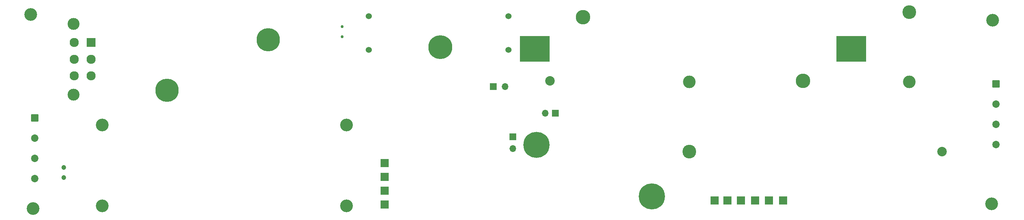
<source format=gbs>
G04 #@! TF.GenerationSoftware,KiCad,Pcbnew,7.0.9*
G04 #@! TF.CreationDate,2024-04-01T22:01:12-07:00*
G04 #@! TF.ProjectId,AVcarrierBoard,41566361-7272-4696-9572-426f6172642e,rev?*
G04 #@! TF.SameCoordinates,Original*
G04 #@! TF.FileFunction,Soldermask,Bot*
G04 #@! TF.FilePolarity,Negative*
%FSLAX46Y46*%
G04 Gerber Fmt 4.6, Leading zero omitted, Abs format (unit mm)*
G04 Created by KiCad (PCBNEW 7.0.9) date 2024-04-01 22:01:12*
%MOMM*%
%LPD*%
G01*
G04 APERTURE LIST*
G04 Aperture macros list*
%AMRoundRect*
0 Rectangle with rounded corners*
0 $1 Rounding radius*
0 $2 $3 $4 $5 $6 $7 $8 $9 X,Y pos of 4 corners*
0 Add a 4 corners polygon primitive as box body*
4,1,4,$2,$3,$4,$5,$6,$7,$8,$9,$2,$3,0*
0 Add four circle primitives for the rounded corners*
1,1,$1+$1,$2,$3*
1,1,$1+$1,$4,$5*
1,1,$1+$1,$6,$7*
1,1,$1+$1,$8,$9*
0 Add four rect primitives between the rounded corners*
20,1,$1+$1,$2,$3,$4,$5,0*
20,1,$1+$1,$4,$5,$6,$7,0*
20,1,$1+$1,$6,$7,$8,$9,0*
20,1,$1+$1,$8,$9,$2,$3,0*%
G04 Aperture macros list end*
%ADD10C,2.999999*%
%ADD11R,2.300000X2.300000*%
%ADD12C,2.300000*%
%ADD13C,3.170000*%
%ADD14C,3.450000*%
%ADD15C,2.390000*%
%ADD16C,3.654400*%
%ADD17C,2.387600*%
%ADD18R,7.467600X6.477000*%
%ADD19R,1.700000X1.700000*%
%ADD20O,1.700000X1.700000*%
%ADD21RoundRect,0.102000X-0.825000X0.825000X-0.825000X-0.825000X0.825000X-0.825000X0.825000X0.825000X0*%
%ADD22C,1.854000*%
%ADD23C,3.200000*%
%ADD24R,2.032000X2.032000*%
%ADD25C,1.200000*%
%ADD26C,6.560820*%
%ADD27C,5.842000*%
%ADD28C,0.762000*%
%ADD29C,6.000000*%
%ADD30C,1.524000*%
G04 APERTURE END LIST*
D10*
X39166800Y-90830400D03*
X39166800Y-73030436D03*
D11*
X43557799Y-77730434D03*
D12*
X43557799Y-81930433D03*
X43557799Y-86130432D03*
X39357800Y-77730434D03*
X39357800Y-81930433D03*
X39357800Y-86130432D03*
D13*
X193720000Y-87630000D03*
D14*
X193720000Y-105135000D03*
X248920000Y-70125000D03*
D13*
X248920000Y-87630000D03*
D15*
X257140000Y-105135000D03*
D16*
X222250000Y-87376000D03*
X167005000Y-71374000D03*
D17*
X158775400Y-87376000D03*
D18*
X234315000Y-79375000D03*
X154940000Y-79375000D03*
D19*
X144470200Y-88798400D03*
D20*
X147440200Y-88798400D03*
D21*
X29464000Y-96723200D03*
D22*
X29464000Y-101803200D03*
X29464000Y-106883200D03*
X29464000Y-111963200D03*
D23*
X46418750Y-98503750D03*
X46418750Y-118823750D03*
X107696250Y-98503750D03*
X107696250Y-118823750D03*
D24*
X117275000Y-108060000D03*
X117275000Y-111520000D03*
X117275000Y-114980000D03*
X117275000Y-118440000D03*
D25*
X36735000Y-109140000D03*
X36735000Y-111680000D03*
D23*
X28448000Y-70713600D03*
X29006800Y-119430800D03*
D21*
X270650000Y-88137500D03*
D22*
X270650000Y-93217500D03*
X270650000Y-98297500D03*
X270650000Y-103377500D03*
D23*
X269595600Y-118262400D03*
D19*
X160070800Y-95504000D03*
D20*
X157530800Y-95504000D03*
D23*
X269849600Y-72136000D03*
D26*
X155321000Y-103505000D03*
X184264300Y-116459000D03*
D24*
X217265000Y-117475000D03*
X213725000Y-117475000D03*
X210185000Y-117475000D03*
X206645000Y-117475000D03*
X203265000Y-117475000D03*
X200025000Y-117475000D03*
D27*
X62616800Y-89756000D03*
X88016800Y-77056000D03*
D28*
X106599387Y-76305535D03*
X106599387Y-73765535D03*
D29*
X131210000Y-78920000D03*
D30*
X148310000Y-71120000D03*
X148310000Y-79620000D03*
X113310000Y-71120000D03*
X113310000Y-79620000D03*
D19*
X149453600Y-101442600D03*
D20*
X149453600Y-104412600D03*
M02*

</source>
